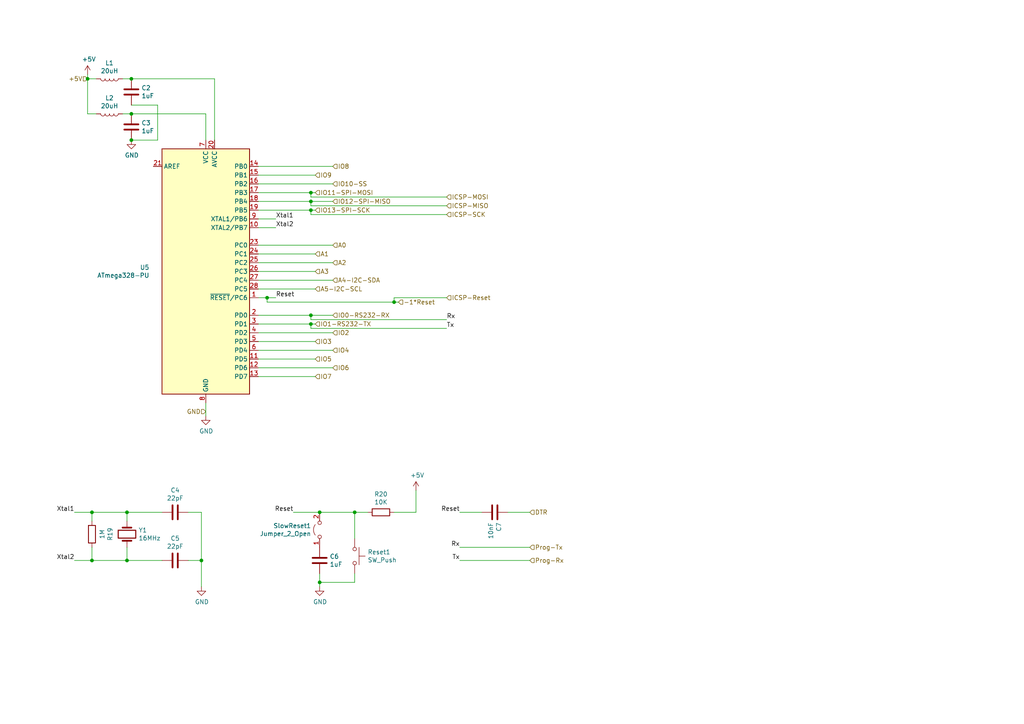
<source format=kicad_sch>
(kicad_sch (version 20211123) (generator eeschema)

  (uuid bac7c5b3-99df-445a-ade9-1e608bbbe27e)

  (paper "A4")

  (lib_symbols
    (symbol "Device:C" (pin_numbers hide) (pin_names (offset 0.254)) (in_bom yes) (on_board yes)
      (property "Reference" "C" (id 0) (at 0.635 2.54 0)
        (effects (font (size 1.27 1.27)) (justify left))
      )
      (property "Value" "C" (id 1) (at 0.635 -2.54 0)
        (effects (font (size 1.27 1.27)) (justify left))
      )
      (property "Footprint" "" (id 2) (at 0.9652 -3.81 0)
        (effects (font (size 1.27 1.27)) hide)
      )
      (property "Datasheet" "~" (id 3) (at 0 0 0)
        (effects (font (size 1.27 1.27)) hide)
      )
      (property "ki_keywords" "cap capacitor" (id 4) (at 0 0 0)
        (effects (font (size 1.27 1.27)) hide)
      )
      (property "ki_description" "Unpolarized capacitor" (id 5) (at 0 0 0)
        (effects (font (size 1.27 1.27)) hide)
      )
      (property "ki_fp_filters" "C_*" (id 6) (at 0 0 0)
        (effects (font (size 1.27 1.27)) hide)
      )
      (symbol "C_0_1"
        (polyline
          (pts
            (xy -2.032 -0.762)
            (xy 2.032 -0.762)
          )
          (stroke (width 0.508) (type default) (color 0 0 0 0))
          (fill (type none))
        )
        (polyline
          (pts
            (xy -2.032 0.762)
            (xy 2.032 0.762)
          )
          (stroke (width 0.508) (type default) (color 0 0 0 0))
          (fill (type none))
        )
      )
      (symbol "C_1_1"
        (pin passive line (at 0 3.81 270) (length 2.794)
          (name "~" (effects (font (size 1.27 1.27))))
          (number "1" (effects (font (size 1.27 1.27))))
        )
        (pin passive line (at 0 -3.81 90) (length 2.794)
          (name "~" (effects (font (size 1.27 1.27))))
          (number "2" (effects (font (size 1.27 1.27))))
        )
      )
    )
    (symbol "Device:Crystal" (pin_numbers hide) (pin_names (offset 1.016) hide) (in_bom yes) (on_board yes)
      (property "Reference" "Y" (id 0) (at 0 3.81 0)
        (effects (font (size 1.27 1.27)))
      )
      (property "Value" "Crystal" (id 1) (at 0 -3.81 0)
        (effects (font (size 1.27 1.27)))
      )
      (property "Footprint" "" (id 2) (at 0 0 0)
        (effects (font (size 1.27 1.27)) hide)
      )
      (property "Datasheet" "~" (id 3) (at 0 0 0)
        (effects (font (size 1.27 1.27)) hide)
      )
      (property "ki_keywords" "quartz ceramic resonator oscillator" (id 4) (at 0 0 0)
        (effects (font (size 1.27 1.27)) hide)
      )
      (property "ki_description" "Two pin crystal" (id 5) (at 0 0 0)
        (effects (font (size 1.27 1.27)) hide)
      )
      (property "ki_fp_filters" "Crystal*" (id 6) (at 0 0 0)
        (effects (font (size 1.27 1.27)) hide)
      )
      (symbol "Crystal_0_1"
        (rectangle (start -1.143 2.54) (end 1.143 -2.54)
          (stroke (width 0.3048) (type default) (color 0 0 0 0))
          (fill (type none))
        )
        (polyline
          (pts
            (xy -2.54 0)
            (xy -1.905 0)
          )
          (stroke (width 0) (type default) (color 0 0 0 0))
          (fill (type none))
        )
        (polyline
          (pts
            (xy -1.905 -1.27)
            (xy -1.905 1.27)
          )
          (stroke (width 0.508) (type default) (color 0 0 0 0))
          (fill (type none))
        )
        (polyline
          (pts
            (xy 1.905 -1.27)
            (xy 1.905 1.27)
          )
          (stroke (width 0.508) (type default) (color 0 0 0 0))
          (fill (type none))
        )
        (polyline
          (pts
            (xy 2.54 0)
            (xy 1.905 0)
          )
          (stroke (width 0) (type default) (color 0 0 0 0))
          (fill (type none))
        )
      )
      (symbol "Crystal_1_1"
        (pin passive line (at -3.81 0 0) (length 1.27)
          (name "1" (effects (font (size 1.27 1.27))))
          (number "1" (effects (font (size 1.27 1.27))))
        )
        (pin passive line (at 3.81 0 180) (length 1.27)
          (name "2" (effects (font (size 1.27 1.27))))
          (number "2" (effects (font (size 1.27 1.27))))
        )
      )
    )
    (symbol "Device:L" (pin_numbers hide) (pin_names (offset 1.016) hide) (in_bom yes) (on_board yes)
      (property "Reference" "L" (id 0) (at -1.27 0 90)
        (effects (font (size 1.27 1.27)))
      )
      (property "Value" "L" (id 1) (at 1.905 0 90)
        (effects (font (size 1.27 1.27)))
      )
      (property "Footprint" "" (id 2) (at 0 0 0)
        (effects (font (size 1.27 1.27)) hide)
      )
      (property "Datasheet" "~" (id 3) (at 0 0 0)
        (effects (font (size 1.27 1.27)) hide)
      )
      (property "ki_keywords" "inductor choke coil reactor magnetic" (id 4) (at 0 0 0)
        (effects (font (size 1.27 1.27)) hide)
      )
      (property "ki_description" "Inductor" (id 5) (at 0 0 0)
        (effects (font (size 1.27 1.27)) hide)
      )
      (property "ki_fp_filters" "Choke_* *Coil* Inductor_* L_*" (id 6) (at 0 0 0)
        (effects (font (size 1.27 1.27)) hide)
      )
      (symbol "L_0_1"
        (arc (start 0 -2.54) (mid 0.635 -1.905) (end 0 -1.27)
          (stroke (width 0) (type default) (color 0 0 0 0))
          (fill (type none))
        )
        (arc (start 0 -1.27) (mid 0.635 -0.635) (end 0 0)
          (stroke (width 0) (type default) (color 0 0 0 0))
          (fill (type none))
        )
        (arc (start 0 0) (mid 0.635 0.635) (end 0 1.27)
          (stroke (width 0) (type default) (color 0 0 0 0))
          (fill (type none))
        )
        (arc (start 0 1.27) (mid 0.635 1.905) (end 0 2.54)
          (stroke (width 0) (type default) (color 0 0 0 0))
          (fill (type none))
        )
      )
      (symbol "L_1_1"
        (pin passive line (at 0 3.81 270) (length 1.27)
          (name "1" (effects (font (size 1.27 1.27))))
          (number "1" (effects (font (size 1.27 1.27))))
        )
        (pin passive line (at 0 -3.81 90) (length 1.27)
          (name "2" (effects (font (size 1.27 1.27))))
          (number "2" (effects (font (size 1.27 1.27))))
        )
      )
    )
    (symbol "Device:R" (pin_numbers hide) (pin_names (offset 0)) (in_bom yes) (on_board yes)
      (property "Reference" "R" (id 0) (at 2.032 0 90)
        (effects (font (size 1.27 1.27)))
      )
      (property "Value" "R" (id 1) (at 0 0 90)
        (effects (font (size 1.27 1.27)))
      )
      (property "Footprint" "" (id 2) (at -1.778 0 90)
        (effects (font (size 1.27 1.27)) hide)
      )
      (property "Datasheet" "~" (id 3) (at 0 0 0)
        (effects (font (size 1.27 1.27)) hide)
      )
      (property "ki_keywords" "R res resistor" (id 4) (at 0 0 0)
        (effects (font (size 1.27 1.27)) hide)
      )
      (property "ki_description" "Resistor" (id 5) (at 0 0 0)
        (effects (font (size 1.27 1.27)) hide)
      )
      (property "ki_fp_filters" "R_*" (id 6) (at 0 0 0)
        (effects (font (size 1.27 1.27)) hide)
      )
      (symbol "R_0_1"
        (rectangle (start -1.016 -2.54) (end 1.016 2.54)
          (stroke (width 0.254) (type default) (color 0 0 0 0))
          (fill (type none))
        )
      )
      (symbol "R_1_1"
        (pin passive line (at 0 3.81 270) (length 1.27)
          (name "~" (effects (font (size 1.27 1.27))))
          (number "1" (effects (font (size 1.27 1.27))))
        )
        (pin passive line (at 0 -3.81 90) (length 1.27)
          (name "~" (effects (font (size 1.27 1.27))))
          (number "2" (effects (font (size 1.27 1.27))))
        )
      )
    )
    (symbol "Jumper:Jumper_2_Open" (pin_names (offset 0) hide) (in_bom yes) (on_board yes)
      (property "Reference" "JP" (id 0) (at 0 2.794 0)
        (effects (font (size 1.27 1.27)))
      )
      (property "Value" "Jumper_2_Open" (id 1) (at 0 -2.286 0)
        (effects (font (size 1.27 1.27)))
      )
      (property "Footprint" "" (id 2) (at 0 0 0)
        (effects (font (size 1.27 1.27)) hide)
      )
      (property "Datasheet" "~" (id 3) (at 0 0 0)
        (effects (font (size 1.27 1.27)) hide)
      )
      (property "ki_keywords" "Jumper SPST" (id 4) (at 0 0 0)
        (effects (font (size 1.27 1.27)) hide)
      )
      (property "ki_description" "Jumper, 2-pole, open" (id 5) (at 0 0 0)
        (effects (font (size 1.27 1.27)) hide)
      )
      (property "ki_fp_filters" "Jumper* TestPoint*2Pads* TestPoint*Bridge*" (id 6) (at 0 0 0)
        (effects (font (size 1.27 1.27)) hide)
      )
      (symbol "Jumper_2_Open_0_0"
        (circle (center -2.032 0) (radius 0.508)
          (stroke (width 0) (type default) (color 0 0 0 0))
          (fill (type none))
        )
        (circle (center 2.032 0) (radius 0.508)
          (stroke (width 0) (type default) (color 0 0 0 0))
          (fill (type none))
        )
      )
      (symbol "Jumper_2_Open_0_1"
        (arc (start 1.524 1.27) (mid 0 1.778) (end -1.524 1.27)
          (stroke (width 0) (type default) (color 0 0 0 0))
          (fill (type none))
        )
      )
      (symbol "Jumper_2_Open_1_1"
        (pin passive line (at -5.08 0 0) (length 2.54)
          (name "A" (effects (font (size 1.27 1.27))))
          (number "1" (effects (font (size 1.27 1.27))))
        )
        (pin passive line (at 5.08 0 180) (length 2.54)
          (name "B" (effects (font (size 1.27 1.27))))
          (number "2" (effects (font (size 1.27 1.27))))
        )
      )
    )
    (symbol "MCU_Microchip_ATmega:ATmega328-PU" (in_bom yes) (on_board yes)
      (property "Reference" "U" (id 0) (at -12.7 36.83 0)
        (effects (font (size 1.27 1.27)) (justify left bottom))
      )
      (property "Value" "MCU_Microchip_ATmega_ATmega328-PU" (id 1) (at 2.54 -36.83 0)
        (effects (font (size 1.27 1.27)) (justify left top))
      )
      (property "Footprint" "Package_DIP:DIP-28_W7.62mm" (id 2) (at 0 0 0)
        (effects (font (size 1.27 1.27) italic) hide)
      )
      (property "Datasheet" "" (id 3) (at 0 0 0)
        (effects (font (size 1.27 1.27)) hide)
      )
      (property "ki_fp_filters" "DIP*W7.62mm*" (id 4) (at 0 0 0)
        (effects (font (size 1.27 1.27)) hide)
      )
      (symbol "ATmega328-PU_0_1"
        (rectangle (start -12.7 -35.56) (end 12.7 35.56)
          (stroke (width 0.254) (type default) (color 0 0 0 0))
          (fill (type background))
        )
      )
      (symbol "ATmega328-PU_1_1"
        (pin bidirectional line (at 15.24 -7.62 180) (length 2.54)
          (name "~{RESET}/PC6" (effects (font (size 1.27 1.27))))
          (number "1" (effects (font (size 1.27 1.27))))
        )
        (pin bidirectional line (at 15.24 12.7 180) (length 2.54)
          (name "XTAL2/PB7" (effects (font (size 1.27 1.27))))
          (number "10" (effects (font (size 1.27 1.27))))
        )
        (pin bidirectional line (at 15.24 -25.4 180) (length 2.54)
          (name "PD5" (effects (font (size 1.27 1.27))))
          (number "11" (effects (font (size 1.27 1.27))))
        )
        (pin bidirectional line (at 15.24 -27.94 180) (length 2.54)
          (name "PD6" (effects (font (size 1.27 1.27))))
          (number "12" (effects (font (size 1.27 1.27))))
        )
        (pin bidirectional line (at 15.24 -30.48 180) (length 2.54)
          (name "PD7" (effects (font (size 1.27 1.27))))
          (number "13" (effects (font (size 1.27 1.27))))
        )
        (pin bidirectional line (at 15.24 30.48 180) (length 2.54)
          (name "PB0" (effects (font (size 1.27 1.27))))
          (number "14" (effects (font (size 1.27 1.27))))
        )
        (pin bidirectional line (at 15.24 27.94 180) (length 2.54)
          (name "PB1" (effects (font (size 1.27 1.27))))
          (number "15" (effects (font (size 1.27 1.27))))
        )
        (pin bidirectional line (at 15.24 25.4 180) (length 2.54)
          (name "PB2" (effects (font (size 1.27 1.27))))
          (number "16" (effects (font (size 1.27 1.27))))
        )
        (pin bidirectional line (at 15.24 22.86 180) (length 2.54)
          (name "PB3" (effects (font (size 1.27 1.27))))
          (number "17" (effects (font (size 1.27 1.27))))
        )
        (pin bidirectional line (at 15.24 20.32 180) (length 2.54)
          (name "PB4" (effects (font (size 1.27 1.27))))
          (number "18" (effects (font (size 1.27 1.27))))
        )
        (pin bidirectional line (at 15.24 17.78 180) (length 2.54)
          (name "PB5" (effects (font (size 1.27 1.27))))
          (number "19" (effects (font (size 1.27 1.27))))
        )
        (pin bidirectional line (at 15.24 -12.7 180) (length 2.54)
          (name "PD0" (effects (font (size 1.27 1.27))))
          (number "2" (effects (font (size 1.27 1.27))))
        )
        (pin power_in line (at 2.54 38.1 270) (length 2.54)
          (name "AVCC" (effects (font (size 1.27 1.27))))
          (number "20" (effects (font (size 1.27 1.27))))
        )
        (pin passive line (at -15.24 30.48 0) (length 2.54)
          (name "AREF" (effects (font (size 1.27 1.27))))
          (number "21" (effects (font (size 1.27 1.27))))
        )
        (pin passive line (at 0 -38.1 90) (length 2.54) hide
          (name "GND" (effects (font (size 1.27 1.27))))
          (number "22" (effects (font (size 1.27 1.27))))
        )
        (pin bidirectional line (at 15.24 7.62 180) (length 2.54)
          (name "PC0" (effects (font (size 1.27 1.27))))
          (number "23" (effects (font (size 1.27 1.27))))
        )
        (pin bidirectional line (at 15.24 5.08 180) (length 2.54)
          (name "PC1" (effects (font (size 1.27 1.27))))
          (number "24" (effects (font (size 1.27 1.27))))
        )
        (pin bidirectional line (at 15.24 2.54 180) (length 2.54)
          (name "PC2" (effects (font (size 1.27 1.27))))
          (number "25" (effects (font (size 1.27 1.27))))
        )
        (pin bidirectional line (at 15.24 0 180) (length 2.54)
          (name "PC3" (effects (font (size 1.27 1.27))))
          (number "26" (effects (font (size 1.27 1.27))))
        )
        (pin bidirectional line (at 15.24 -2.54 180) (length 2.54)
          (name "PC4" (effects (font (size 1.27 1.27))))
          (number "27" (effects (font (size 1.27 1.27))))
        )
        (pin bidirectional line (at 15.24 -5.08 180) (length 2.54)
          (name "PC5" (effects (font (size 1.27 1.27))))
          (number "28" (effects (font (size 1.27 1.27))))
        )
        (pin bidirectional line (at 15.24 -15.24 180) (length 2.54)
          (name "PD1" (effects (font (size 1.27 1.27))))
          (number "3" (effects (font (size 1.27 1.27))))
        )
        (pin bidirectional line (at 15.24 -17.78 180) (length 2.54)
          (name "PD2" (effects (font (size 1.27 1.27))))
          (number "4" (effects (font (size 1.27 1.27))))
        )
        (pin bidirectional line (at 15.24 -20.32 180) (length 2.54)
          (name "PD3" (effects (font (size 1.27 1.27))))
          (number "5" (effects (font (size 1.27 1.27))))
        )
        (pin bidirectional line (at 15.24 -22.86 180) (length 2.54)
          (name "PD4" (effects (font (size 1.27 1.27))))
          (number "6" (effects (font (size 1.27 1.27))))
        )
        (pin power_in line (at 0 38.1 270) (length 2.54)
          (name "VCC" (effects (font (size 1.27 1.27))))
          (number "7" (effects (font (size 1.27 1.27))))
        )
        (pin power_in line (at 0 -38.1 90) (length 2.54)
          (name "GND" (effects (font (size 1.27 1.27))))
          (number "8" (effects (font (size 1.27 1.27))))
        )
        (pin bidirectional line (at 15.24 15.24 180) (length 2.54)
          (name "XTAL1/PB6" (effects (font (size 1.27 1.27))))
          (number "9" (effects (font (size 1.27 1.27))))
        )
      )
    )
    (symbol "Switch:SW_Push" (pin_numbers hide) (pin_names (offset 1.016) hide) (in_bom yes) (on_board yes)
      (property "Reference" "SW" (id 0) (at 1.27 2.54 0)
        (effects (font (size 1.27 1.27)) (justify left))
      )
      (property "Value" "SW_Push" (id 1) (at 0 -1.524 0)
        (effects (font (size 1.27 1.27)))
      )
      (property "Footprint" "" (id 2) (at 0 5.08 0)
        (effects (font (size 1.27 1.27)) hide)
      )
      (property "Datasheet" "~" (id 3) (at 0 5.08 0)
        (effects (font (size 1.27 1.27)) hide)
      )
      (property "ki_keywords" "switch normally-open pushbutton push-button" (id 4) (at 0 0 0)
        (effects (font (size 1.27 1.27)) hide)
      )
      (property "ki_description" "Push button switch, generic, two pins" (id 5) (at 0 0 0)
        (effects (font (size 1.27 1.27)) hide)
      )
      (symbol "SW_Push_0_1"
        (circle (center -2.032 0) (radius 0.508)
          (stroke (width 0) (type default) (color 0 0 0 0))
          (fill (type none))
        )
        (polyline
          (pts
            (xy 0 1.27)
            (xy 0 3.048)
          )
          (stroke (width 0) (type default) (color 0 0 0 0))
          (fill (type none))
        )
        (polyline
          (pts
            (xy 2.54 1.27)
            (xy -2.54 1.27)
          )
          (stroke (width 0) (type default) (color 0 0 0 0))
          (fill (type none))
        )
        (circle (center 2.032 0) (radius 0.508)
          (stroke (width 0) (type default) (color 0 0 0 0))
          (fill (type none))
        )
        (pin passive line (at -5.08 0 0) (length 2.54)
          (name "1" (effects (font (size 1.27 1.27))))
          (number "1" (effects (font (size 1.27 1.27))))
        )
        (pin passive line (at 5.08 0 180) (length 2.54)
          (name "2" (effects (font (size 1.27 1.27))))
          (number "2" (effects (font (size 1.27 1.27))))
        )
      )
    )
    (symbol "power:+5V" (power) (pin_names (offset 0)) (in_bom yes) (on_board yes)
      (property "Reference" "#PWR" (id 0) (at 0 -3.81 0)
        (effects (font (size 1.27 1.27)) hide)
      )
      (property "Value" "+5V" (id 1) (at 0 3.556 0)
        (effects (font (size 1.27 1.27)))
      )
      (property "Footprint" "" (id 2) (at 0 0 0)
        (effects (font (size 1.27 1.27)) hide)
      )
      (property "Datasheet" "" (id 3) (at 0 0 0)
        (effects (font (size 1.27 1.27)) hide)
      )
      (property "ki_keywords" "power-flag" (id 4) (at 0 0 0)
        (effects (font (size 1.27 1.27)) hide)
      )
      (property "ki_description" "Power symbol creates a global label with name \"+5V\"" (id 5) (at 0 0 0)
        (effects (font (size 1.27 1.27)) hide)
      )
      (symbol "+5V_0_1"
        (polyline
          (pts
            (xy -0.762 1.27)
            (xy 0 2.54)
          )
          (stroke (width 0) (type default) (color 0 0 0 0))
          (fill (type none))
        )
        (polyline
          (pts
            (xy 0 0)
            (xy 0 2.54)
          )
          (stroke (width 0) (type default) (color 0 0 0 0))
          (fill (type none))
        )
        (polyline
          (pts
            (xy 0 2.54)
            (xy 0.762 1.27)
          )
          (stroke (width 0) (type default) (color 0 0 0 0))
          (fill (type none))
        )
      )
      (symbol "+5V_1_1"
        (pin power_in line (at 0 0 90) (length 0) hide
          (name "+5V" (effects (font (size 1.27 1.27))))
          (number "1" (effects (font (size 1.27 1.27))))
        )
      )
    )
    (symbol "power:GND" (power) (pin_names (offset 0)) (in_bom yes) (on_board yes)
      (property "Reference" "#PWR" (id 0) (at 0 -6.35 0)
        (effects (font (size 1.27 1.27)) hide)
      )
      (property "Value" "GND" (id 1) (at 0 -3.81 0)
        (effects (font (size 1.27 1.27)))
      )
      (property "Footprint" "" (id 2) (at 0 0 0)
        (effects (font (size 1.27 1.27)) hide)
      )
      (property "Datasheet" "" (id 3) (at 0 0 0)
        (effects (font (size 1.27 1.27)) hide)
      )
      (property "ki_keywords" "power-flag" (id 4) (at 0 0 0)
        (effects (font (size 1.27 1.27)) hide)
      )
      (property "ki_description" "Power symbol creates a global label with name \"GND\" , ground" (id 5) (at 0 0 0)
        (effects (font (size 1.27 1.27)) hide)
      )
      (symbol "GND_0_1"
        (polyline
          (pts
            (xy 0 0)
            (xy 0 -1.27)
            (xy 1.27 -1.27)
            (xy 0 -2.54)
            (xy -1.27 -1.27)
            (xy 0 -1.27)
          )
          (stroke (width 0) (type default) (color 0 0 0 0))
          (fill (type none))
        )
      )
      (symbol "GND_1_1"
        (pin power_in line (at 0 0 270) (length 0) hide
          (name "GND" (effects (font (size 1.27 1.27))))
          (number "1" (effects (font (size 1.27 1.27))))
        )
      )
    )
  )

  (junction (at 102.87 148.59) (diameter 0) (color 0 0 0 0)
    (uuid 0d993e48-cea3-4104-9c5a-d8f97b64a3ac)
  )
  (junction (at 90.17 91.44) (diameter 0) (color 0 0 0 0)
    (uuid 275b6416-db29-42cc-9307-bf426917c3b4)
  )
  (junction (at 38.1 33.02) (diameter 0) (color 0 0 0 0)
    (uuid 282c8e53-3acc-42f0-a92a-6aa976b97a93)
  )
  (junction (at 26.67 162.56) (diameter 0) (color 0 0 0 0)
    (uuid 29126f72-63f7-4275-8b12-6b96a71c6f17)
  )
  (junction (at 90.17 93.98) (diameter 0) (color 0 0 0 0)
    (uuid 465137b4-f6f7-4d51-9b40-b161947d5cc1)
  )
  (junction (at 90.17 58.42) (diameter 0) (color 0 0 0 0)
    (uuid 6d2a06fb-0b1e-452a-ab38-11a5f45e1b32)
  )
  (junction (at 114.3 87.63) (diameter 0) (color 0 0 0 0)
    (uuid 749d9ed0-2ff2-4b55-abc5-f7231ec3aa28)
  )
  (junction (at 77.47 86.36) (diameter 0) (color 0 0 0 0)
    (uuid 89a3dae6-dcb5-435b-a383-656b6a19a316)
  )
  (junction (at 90.17 55.88) (diameter 0) (color 0 0 0 0)
    (uuid 98966de3-2364-43d8-a2e0-b03bb9487b03)
  )
  (junction (at 38.1 22.86) (diameter 0) (color 0 0 0 0)
    (uuid 9a8ad8bb-d9a9-4b2b-bc88-ea6fd2676d45)
  )
  (junction (at 58.42 162.56) (diameter 0) (color 0 0 0 0)
    (uuid 9e0e6fc0-a269-4822-b93d-4c5e6689ff11)
  )
  (junction (at 36.83 148.59) (diameter 0) (color 0 0 0 0)
    (uuid a0e7a81b-2259-4f8d-8368-ba75f2004714)
  )
  (junction (at 92.71 148.59) (diameter 0) (color 0 0 0 0)
    (uuid a7fc0812-140f-4d96-9cd8-ead8c1c610b1)
  )
  (junction (at 90.17 60.96) (diameter 0) (color 0 0 0 0)
    (uuid b21299b9-3c4d-43df-b399-7f9b08eb5470)
  )
  (junction (at 36.83 162.56) (diameter 0) (color 0 0 0 0)
    (uuid c873689a-d206-42f5-aead-9199b4d63f51)
  )
  (junction (at 25.4 22.86) (diameter 0) (color 0 0 0 0)
    (uuid ca6e2466-a90a-4dab-be16-b070610e5087)
  )
  (junction (at 26.67 148.59) (diameter 0) (color 0 0 0 0)
    (uuid e2fac877-439c-4da0-af2e-5fdc70f85d42)
  )
  (junction (at 38.1 40.64) (diameter 0) (color 0 0 0 0)
    (uuid e76ec524-408a-4daa-89f6-0edfdbcfb621)
  )
  (junction (at 92.71 168.91) (diameter 0) (color 0 0 0 0)
    (uuid f56d244f-1fa4-4475-ac1d-f41eed31a48b)
  )

  (wire (pts (xy 91.44 109.22) (xy 74.93 109.22))
    (stroke (width 0) (type default) (color 0 0 0 0))
    (uuid 015f5586-ba76-4a98-9114-f5cd2c67134d)
  )
  (wire (pts (xy 92.71 166.37) (xy 92.71 168.91))
    (stroke (width 0) (type default) (color 0 0 0 0))
    (uuid 051b8cb0-ae77-4e09-98a7-bf2103319e66)
  )
  (wire (pts (xy 74.93 86.36) (xy 77.47 86.36))
    (stroke (width 0) (type default) (color 0 0 0 0))
    (uuid 0b9f21ed-3d41-4f23-ae45-74117a5f3153)
  )
  (wire (pts (xy 45.72 30.48) (xy 45.72 40.64))
    (stroke (width 0) (type default) (color 0 0 0 0))
    (uuid 12fa3c3f-3d14-451a-a6a8-884fd1b32fa7)
  )
  (wire (pts (xy 90.17 58.42) (xy 90.17 59.69))
    (stroke (width 0) (type default) (color 0 0 0 0))
    (uuid 13ac70df-e9b9-44e5-96e6-20f0b0dc6a3a)
  )
  (wire (pts (xy 74.93 73.66) (xy 91.44 73.66))
    (stroke (width 0) (type default) (color 0 0 0 0))
    (uuid 1c052668-6749-425a-9a77-35f046c8aa39)
  )
  (wire (pts (xy 92.71 168.91) (xy 92.71 170.18))
    (stroke (width 0) (type default) (color 0 0 0 0))
    (uuid 1c9f6fea-1796-4a2d-80b3-ae22ce51c8f5)
  )
  (wire (pts (xy 35.56 22.86) (xy 38.1 22.86))
    (stroke (width 0) (type default) (color 0 0 0 0))
    (uuid 1cc5480b-56b7-4379-98e2-ccafc88911a7)
  )
  (wire (pts (xy 58.42 148.59) (xy 58.42 162.56))
    (stroke (width 0) (type default) (color 0 0 0 0))
    (uuid 212bf70c-2324-47d9-8700-59771063baeb)
  )
  (wire (pts (xy 74.93 101.6) (xy 96.52 101.6))
    (stroke (width 0) (type default) (color 0 0 0 0))
    (uuid 21492bcd-343a-4b2b-b55a-b4586c11bdeb)
  )
  (wire (pts (xy 90.17 59.69) (xy 129.54 59.69))
    (stroke (width 0) (type default) (color 0 0 0 0))
    (uuid 24adc223-60f0-4497-98a3-d664c5a13280)
  )
  (wire (pts (xy 90.17 55.88) (xy 74.93 55.88))
    (stroke (width 0) (type default) (color 0 0 0 0))
    (uuid 278a91dc-d57d-4a5c-a045-34b6bd84131f)
  )
  (wire (pts (xy 26.67 151.13) (xy 26.67 148.59))
    (stroke (width 0) (type default) (color 0 0 0 0))
    (uuid 2ea8fa6f-efc3-40fe-bcf9-05bfa46ead4f)
  )
  (wire (pts (xy 38.1 22.86) (xy 62.23 22.86))
    (stroke (width 0) (type default) (color 0 0 0 0))
    (uuid 3993c707-5291-41b6-83c0-d1c09cb3833a)
  )
  (wire (pts (xy 90.17 91.44) (xy 96.52 91.44))
    (stroke (width 0) (type default) (color 0 0 0 0))
    (uuid 3c22d605-7855-4cc6-8ad2-906cadbd02dc)
  )
  (wire (pts (xy 91.44 55.88) (xy 90.17 55.88))
    (stroke (width 0) (type default) (color 0 0 0 0))
    (uuid 3d552623-2969-4b15-8623-368144f225e9)
  )
  (wire (pts (xy 133.35 158.75) (xy 153.67 158.75))
    (stroke (width 0) (type default) (color 0 0 0 0))
    (uuid 3ed2c840-383d-4cbd-bc3b-c4ea4c97b333)
  )
  (wire (pts (xy 36.83 148.59) (xy 46.99 148.59))
    (stroke (width 0) (type default) (color 0 0 0 0))
    (uuid 430d6d73-9de6-41ca-b788-178d709f4aae)
  )
  (wire (pts (xy 58.42 162.56) (xy 54.61 162.56))
    (stroke (width 0) (type default) (color 0 0 0 0))
    (uuid 44035e53-ff94-45ad-801f-55a1ce042a0d)
  )
  (wire (pts (xy 90.17 55.88) (xy 90.17 57.15))
    (stroke (width 0) (type default) (color 0 0 0 0))
    (uuid 4641c87c-bffa-41fe-ae77-be3a97a6f797)
  )
  (wire (pts (xy 74.93 106.68) (xy 96.52 106.68))
    (stroke (width 0) (type default) (color 0 0 0 0))
    (uuid 46cbe85d-ff47-428e-b187-4ebd50a66e0c)
  )
  (wire (pts (xy 90.17 57.15) (xy 129.54 57.15))
    (stroke (width 0) (type default) (color 0 0 0 0))
    (uuid 4cc0e615-05a0-4f42-a208-4011ba8ef841)
  )
  (wire (pts (xy 114.3 87.63) (xy 77.47 87.63))
    (stroke (width 0) (type default) (color 0 0 0 0))
    (uuid 54ed3ee1-891b-418e-ab9c-6a18747d7388)
  )
  (wire (pts (xy 35.56 33.02) (xy 38.1 33.02))
    (stroke (width 0) (type default) (color 0 0 0 0))
    (uuid 5f38bdb2-3657-474e-8e86-d6bb0b298110)
  )
  (wire (pts (xy 90.17 58.42) (xy 96.52 58.42))
    (stroke (width 0) (type default) (color 0 0 0 0))
    (uuid 631c7be5-8dc2-4df4-ab73-737bb928e763)
  )
  (wire (pts (xy 85.09 148.59) (xy 92.71 148.59))
    (stroke (width 0) (type default) (color 0 0 0 0))
    (uuid 63caf46e-0228-40de-b819-c6bd29dd1711)
  )
  (wire (pts (xy 147.32 148.59) (xy 153.67 148.59))
    (stroke (width 0) (type default) (color 0 0 0 0))
    (uuid 653a86ba-a1ae-4175-9d4c-c788087956d0)
  )
  (wire (pts (xy 133.35 162.56) (xy 153.67 162.56))
    (stroke (width 0) (type default) (color 0 0 0 0))
    (uuid 6a0919c2-460c-4229-b872-14e318e1ba8b)
  )
  (wire (pts (xy 36.83 162.56) (xy 46.99 162.56))
    (stroke (width 0) (type default) (color 0 0 0 0))
    (uuid 6a2bcc72-047b-4846-8583-1109e3552669)
  )
  (wire (pts (xy 74.93 71.12) (xy 96.52 71.12))
    (stroke (width 0) (type default) (color 0 0 0 0))
    (uuid 6bd46644-7209-4d4d-acd8-f4c0d045bc61)
  )
  (wire (pts (xy 58.42 170.18) (xy 58.42 162.56))
    (stroke (width 0) (type default) (color 0 0 0 0))
    (uuid 718e5c6d-0e4c-46d8-a149-2f2bfc54c7f1)
  )
  (wire (pts (xy 36.83 151.13) (xy 36.83 148.59))
    (stroke (width 0) (type default) (color 0 0 0 0))
    (uuid 775e8983-a723-43c5-bf00-61681f0840f3)
  )
  (wire (pts (xy 62.23 22.86) (xy 62.23 40.64))
    (stroke (width 0) (type default) (color 0 0 0 0))
    (uuid 78b44915-d68e-4488-a873-34767153ef98)
  )
  (wire (pts (xy 74.93 66.04) (xy 80.01 66.04))
    (stroke (width 0) (type default) (color 0 0 0 0))
    (uuid 7f2b3ce3-2f20-426d-b769-e0329b6a8111)
  )
  (wire (pts (xy 21.59 148.59) (xy 26.67 148.59))
    (stroke (width 0) (type default) (color 0 0 0 0))
    (uuid 7f9683c1-2203-43df-8fa1-719a0dc360df)
  )
  (wire (pts (xy 38.1 33.02) (xy 59.69 33.02))
    (stroke (width 0) (type default) (color 0 0 0 0))
    (uuid 83c5181e-f5ee-453c-ae5c-d7256ba8837d)
  )
  (wire (pts (xy 25.4 21.59) (xy 25.4 22.86))
    (stroke (width 0) (type default) (color 0 0 0 0))
    (uuid 851f3d61-ba3b-4e6e-abd4-cafa4d9b64cb)
  )
  (wire (pts (xy 114.3 86.36) (xy 129.54 86.36))
    (stroke (width 0) (type default) (color 0 0 0 0))
    (uuid 8a8c373f-9bc3-4cf7-8f41-4802da916698)
  )
  (wire (pts (xy 74.93 91.44) (xy 90.17 91.44))
    (stroke (width 0) (type default) (color 0 0 0 0))
    (uuid 8aeae536-fd36-430e-be47-1a856eced2fc)
  )
  (wire (pts (xy 90.17 92.71) (xy 129.54 92.71))
    (stroke (width 0) (type default) (color 0 0 0 0))
    (uuid 91fc5800-6029-46b1-848d-ca0091f97267)
  )
  (wire (pts (xy 114.3 87.63) (xy 114.3 86.36))
    (stroke (width 0) (type default) (color 0 0 0 0))
    (uuid 92761c09-a591-4c8e-af4d-e0e2262cb01d)
  )
  (wire (pts (xy 91.44 50.8) (xy 74.93 50.8))
    (stroke (width 0) (type default) (color 0 0 0 0))
    (uuid 92848721-49b5-4e4c-b042-6fd51e1d562f)
  )
  (wire (pts (xy 90.17 60.96) (xy 90.17 62.23))
    (stroke (width 0) (type default) (color 0 0 0 0))
    (uuid 929a9b03-e99e-4b88-8e16-759f8c6b59a5)
  )
  (wire (pts (xy 92.71 148.59) (xy 102.87 148.59))
    (stroke (width 0) (type default) (color 0 0 0 0))
    (uuid 94a10cae-6ef2-4b64-9d98-fb22aa3306cc)
  )
  (wire (pts (xy 91.44 104.14) (xy 74.93 104.14))
    (stroke (width 0) (type default) (color 0 0 0 0))
    (uuid 96315415-cfed-47d2-b3dd-d782358bd0df)
  )
  (wire (pts (xy 26.67 162.56) (xy 36.83 162.56))
    (stroke (width 0) (type default) (color 0 0 0 0))
    (uuid 9da1ace0-4181-4f12-80f8-16786a9e5c07)
  )
  (wire (pts (xy 25.4 22.86) (xy 27.94 22.86))
    (stroke (width 0) (type default) (color 0 0 0 0))
    (uuid a5362821-c161-4c7a-a00c-40e1d7472d56)
  )
  (wire (pts (xy 59.69 116.84) (xy 59.69 120.65))
    (stroke (width 0) (type default) (color 0 0 0 0))
    (uuid a76a574b-1cac-43eb-81e6-0e2e278cea39)
  )
  (wire (pts (xy 74.93 63.5) (xy 80.01 63.5))
    (stroke (width 0) (type default) (color 0 0 0 0))
    (uuid a7f2e97b-29f3-44fd-bf8a-97a3c1528b61)
  )
  (wire (pts (xy 77.47 87.63) (xy 77.47 86.36))
    (stroke (width 0) (type default) (color 0 0 0 0))
    (uuid a917c6d9-225d-4c90-bf25-fe8eff8abd3f)
  )
  (wire (pts (xy 120.65 142.24) (xy 120.65 148.59))
    (stroke (width 0) (type default) (color 0 0 0 0))
    (uuid a92f3b72-ed6d-4d99-9da6-35771bec3c77)
  )
  (wire (pts (xy 120.65 148.59) (xy 114.3 148.59))
    (stroke (width 0) (type default) (color 0 0 0 0))
    (uuid aa1c6f47-cbd4-4cbd-8265-e5ac08b7ffc8)
  )
  (wire (pts (xy 74.93 76.2) (xy 96.52 76.2))
    (stroke (width 0) (type default) (color 0 0 0 0))
    (uuid ab8b0540-9c9f-4195-88f5-7bed0b0a8ed6)
  )
  (wire (pts (xy 26.67 158.75) (xy 26.67 162.56))
    (stroke (width 0) (type default) (color 0 0 0 0))
    (uuid af186015-d283-4209-aade-a247e5de01df)
  )
  (wire (pts (xy 74.93 81.28) (xy 96.52 81.28))
    (stroke (width 0) (type default) (color 0 0 0 0))
    (uuid b0b4c3cb-e7ea-49c0-8162-be3bbab3e4ec)
  )
  (wire (pts (xy 102.87 166.37) (xy 102.87 168.91))
    (stroke (width 0) (type default) (color 0 0 0 0))
    (uuid b12e5309-5d01-40ef-a9c3-8453e00a555e)
  )
  (wire (pts (xy 77.47 86.36) (xy 80.01 86.36))
    (stroke (width 0) (type default) (color 0 0 0 0))
    (uuid b54cae5b-c17c-4ed7-b249-2e7d5e83609a)
  )
  (wire (pts (xy 74.93 83.82) (xy 91.44 83.82))
    (stroke (width 0) (type default) (color 0 0 0 0))
    (uuid b794d099-f823-4d35-9755-ca1c45247ee9)
  )
  (wire (pts (xy 90.17 91.44) (xy 90.17 92.71))
    (stroke (width 0) (type default) (color 0 0 0 0))
    (uuid bb8162f0-99c8-4884-be5b-c0d0c7e81ff6)
  )
  (wire (pts (xy 91.44 60.96) (xy 90.17 60.96))
    (stroke (width 0) (type default) (color 0 0 0 0))
    (uuid bc3b3f93-69e0-44a5-b919-319b81d13095)
  )
  (wire (pts (xy 54.61 148.59) (xy 58.42 148.59))
    (stroke (width 0) (type default) (color 0 0 0 0))
    (uuid be2983fa-f06e-485e-bea1-3dd96b916ec5)
  )
  (wire (pts (xy 102.87 168.91) (xy 92.71 168.91))
    (stroke (width 0) (type default) (color 0 0 0 0))
    (uuid be6b17f9-34f5-44e9-a4c7-725d2e274a9d)
  )
  (wire (pts (xy 74.93 53.34) (xy 96.52 53.34))
    (stroke (width 0) (type default) (color 0 0 0 0))
    (uuid c07eebcc-30d2-439d-8030-faea6ade4486)
  )
  (wire (pts (xy 90.17 62.23) (xy 129.54 62.23))
    (stroke (width 0) (type default) (color 0 0 0 0))
    (uuid c210293b-1d7a-4e96-92e9-058784106727)
  )
  (wire (pts (xy 90.17 93.98) (xy 90.17 95.25))
    (stroke (width 0) (type default) (color 0 0 0 0))
    (uuid c2dd13db-24b6-40f1-b75b-b9ab893d92ea)
  )
  (wire (pts (xy 36.83 158.75) (xy 36.83 162.56))
    (stroke (width 0) (type default) (color 0 0 0 0))
    (uuid cee2f43a-7d22-4585-a857-73949bd17a9d)
  )
  (wire (pts (xy 102.87 156.21) (xy 102.87 148.59))
    (stroke (width 0) (type default) (color 0 0 0 0))
    (uuid cf21dfe3-ab4f-4ad9-b7cf-dc892d833b13)
  )
  (wire (pts (xy 115.57 87.63) (xy 114.3 87.63))
    (stroke (width 0) (type default) (color 0 0 0 0))
    (uuid d13b0eae-4711-4325-a6bb-aa8e3646e86e)
  )
  (wire (pts (xy 25.4 22.86) (xy 25.4 33.02))
    (stroke (width 0) (type default) (color 0 0 0 0))
    (uuid d18f2428-546f-4066-8ffb-7653303685db)
  )
  (wire (pts (xy 90.17 93.98) (xy 74.93 93.98))
    (stroke (width 0) (type default) (color 0 0 0 0))
    (uuid d1cd5391-31d2-459f-8adb-4ae3f304a833)
  )
  (wire (pts (xy 59.69 33.02) (xy 59.69 40.64))
    (stroke (width 0) (type default) (color 0 0 0 0))
    (uuid d72c89a6-7578-4468-964e-2a845431195f)
  )
  (wire (pts (xy 90.17 95.25) (xy 129.54 95.25))
    (stroke (width 0) (type default) (color 0 0 0 0))
    (uuid d8200a86-aa75-47a3-ad2a-7f4c9c999a6f)
  )
  (wire (pts (xy 38.1 30.48) (xy 45.72 30.48))
    (stroke (width 0) (type default) (color 0 0 0 0))
    (uuid d95c6650-fcd9-4184-97fe-fde43ea5c0cd)
  )
  (wire (pts (xy 26.67 148.59) (xy 36.83 148.59))
    (stroke (width 0) (type default) (color 0 0 0 0))
    (uuid da546d77-4b03-4562-8fc6-837fd68e7691)
  )
  (wire (pts (xy 74.93 48.26) (xy 96.52 48.26))
    (stroke (width 0) (type default) (color 0 0 0 0))
    (uuid db1ed10a-ef86-43bf-93dc-9be76327f6d2)
  )
  (wire (pts (xy 21.59 162.56) (xy 26.67 162.56))
    (stroke (width 0) (type default) (color 0 0 0 0))
    (uuid dc1d84c8-33da-4489-be8e-2a1de3001779)
  )
  (wire (pts (xy 139.7 148.59) (xy 133.35 148.59))
    (stroke (width 0) (type default) (color 0 0 0 0))
    (uuid df83f395-2d18-47e2-a370-952ca41c2b3a)
  )
  (wire (pts (xy 74.93 58.42) (xy 90.17 58.42))
    (stroke (width 0) (type default) (color 0 0 0 0))
    (uuid e65bab67-68b7-4b22-a939-6f2c05164d2a)
  )
  (wire (pts (xy 74.93 78.74) (xy 91.44 78.74))
    (stroke (width 0) (type default) (color 0 0 0 0))
    (uuid e87a6f80-914f-4f62-9c9f-9ba62a88ee3d)
  )
  (wire (pts (xy 25.4 33.02) (xy 27.94 33.02))
    (stroke (width 0) (type default) (color 0 0 0 0))
    (uuid eaa0d51a-ee4e-4d3a-a801-bddb7027e94c)
  )
  (wire (pts (xy 91.44 93.98) (xy 90.17 93.98))
    (stroke (width 0) (type default) (color 0 0 0 0))
    (uuid eb473bfd-fc2d-4cf0-8714-6b7dd95b0a03)
  )
  (wire (pts (xy 106.68 148.59) (xy 102.87 148.59))
    (stroke (width 0) (type default) (color 0 0 0 0))
    (uuid f28e56e7-283b-4b9a-ae27-95e89770fbf8)
  )
  (wire (pts (xy 45.72 40.64) (xy 38.1 40.64))
    (stroke (width 0) (type default) (color 0 0 0 0))
    (uuid f4a1ab68-998b-43e3-aa33-40b58210bc99)
  )
  (wire (pts (xy 91.44 99.06) (xy 74.93 99.06))
    (stroke (width 0) (type default) (color 0 0 0 0))
    (uuid fa20e708-ec85-4e0b-8402-f74a2724f920)
  )
  (wire (pts (xy 74.93 96.52) (xy 96.52 96.52))
    (stroke (width 0) (type default) (color 0 0 0 0))
    (uuid fb35e3b1-aff6-41a7-9cf0-52694b95edeb)
  )
  (wire (pts (xy 90.17 60.96) (xy 74.93 60.96))
    (stroke (width 0) (type default) (color 0 0 0 0))
    (uuid fc2e9f96-3bed-4896-b995-f56e799f1c77)
  )

  (label "Tx" (at 133.35 162.56 180)
    (effects (font (size 1.27 1.27)) (justify right bottom))
    (uuid 355ced6c-c08a-4586-9a09-7a9c624536f6)
  )
  (label "Xtal1" (at 21.59 148.59 180)
    (effects (font (size 1.27 1.27)) (justify right bottom))
    (uuid 3efa2ece-8f3f-4a8c-96e9-6ab3ec6f1f70)
  )
  (label "Tx" (at 129.54 95.25 0)
    (effects (font (size 1.27 1.27)) (justify left bottom))
    (uuid 4086cbd7-6ba7-4e63-8da9-17e60627ee17)
  )
  (label "Xtal2" (at 80.01 66.04 0)
    (effects (font (size 1.27 1.27)) (justify left bottom))
    (uuid 6cb93665-0bcd-4104-8633-fffd1811eee0)
  )
  (label "Xtal2" (at 21.59 162.56 180)
    (effects (font (size 1.27 1.27)) (justify right bottom))
    (uuid 70d34adf-9bd8-469e-8c77-5c0d7adf511e)
  )
  (label "Reset" (at 80.01 86.36 0)
    (effects (font (size 1.27 1.27)) (justify left bottom))
    (uuid 8486c294-aa7e-43c3-b257-1ca3356dd17a)
  )
  (label "Reset" (at 85.09 148.59 180)
    (effects (font (size 1.27 1.27)) (justify right bottom))
    (uuid 974c48bf-534e-4335-98e1-b0426c783e99)
  )
  (label "Rx" (at 129.54 92.71 0)
    (effects (font (size 1.27 1.27)) (justify left bottom))
    (uuid bd085057-7c0e-463a-982b-968a2dc1f0f8)
  )
  (label "Rx" (at 133.35 158.75 180)
    (effects (font (size 1.27 1.27)) (justify right bottom))
    (uuid c401e9c6-1deb-4979-99be-7c801c952098)
  )
  (label "Reset" (at 133.35 148.59 180)
    (effects (font (size 1.27 1.27)) (justify right bottom))
    (uuid c66a19ed-90c0-4502-ae75-6a4c4ab9f297)
  )
  (label "Xtal1" (at 80.01 63.5 0)
    (effects (font (size 1.27 1.27)) (justify left bottom))
    (uuid e0830067-5b66-4ce1-b2d1-aaa8af20baf7)
  )

  (hierarchical_label "IO9" (shape input) (at 91.44 50.8 0)
    (effects (font (size 1.27 1.27)) (justify left))
    (uuid 02f8904b-a7b2-49dd-b392-764e7e29fb51)
  )
  (hierarchical_label "-1*Reset" (shape input) (at 115.57 87.63 0)
    (effects (font (size 1.27 1.27)) (justify left))
    (uuid 17ff35b3-d658-499b-9a46-ea36063fed4e)
  )
  (hierarchical_label "IO13-SPI-SCK" (shape input) (at 91.44 60.96 0)
    (effects (font (size 1.27 1.27)) (justify left))
    (uuid 18f1018d-5857-4c32-a072-f3de80352f74)
  )
  (hierarchical_label "IO3" (shape input) (at 91.44 99.06 0)
    (effects (font (size 1.27 1.27)) (justify left))
    (uuid 2518d4ea-25cc-4e57-a0d6-8482034e7318)
  )
  (hierarchical_label "+5V" (shape input) (at 25.4 22.86 180)
    (effects (font (size 1.27 1.27)) (justify right))
    (uuid 26bc8641-9bca-4204-9709-deedbe202a36)
  )
  (hierarchical_label "Prog-Tx" (shape input) (at 153.67 158.75 0)
    (effects (font (size 1.27 1.27)) (justify left))
    (uuid 29cbb0bc-f66b-4d11-80e7-5bb270e42496)
  )
  (hierarchical_label "ICSP-MISO" (shape input) (at 129.54 59.69 0)
    (effects (font (size 1.27 1.27)) (justify left))
    (uuid 4cfd9a02-97ef-4af4-a6b8-db9be1a8fda5)
  )
  (hierarchical_label "IO6" (shape input) (at 96.52 106.68 0)
    (effects (font (size 1.27 1.27)) (justify left))
    (uuid 4fd9bc4f-0ae3-42d4-a1b4-9fb1b2a0a7fd)
  )
  (hierarchical_label "IO4" (shape input) (at 96.52 101.6 0)
    (effects (font (size 1.27 1.27)) (justify left))
    (uuid 71af7b65-0e6b-402e-b1a4-b66be507b4dc)
  )
  (hierarchical_label "ICSP-MOSI" (shape input) (at 129.54 57.15 0)
    (effects (font (size 1.27 1.27)) (justify left))
    (uuid 751d823e-1d7b-4501-9658-d06d459b0e16)
  )
  (hierarchical_label "IO7" (shape input) (at 91.44 109.22 0)
    (effects (font (size 1.27 1.27)) (justify left))
    (uuid 799e761c-1426-40e9-a069-1f4cb353bfaa)
  )
  (hierarchical_label "IO8" (shape input) (at 96.52 48.26 0)
    (effects (font (size 1.27 1.27)) (justify left))
    (uuid 86e98417-f5e4-48ba-8147-ef66cc03dde6)
  )
  (hierarchical_label "IO11-SPI-MOSI" (shape input) (at 91.44 55.88 0)
    (effects (font (size 1.27 1.27)) (justify left))
    (uuid 8bd46048-cab7-4adf-af9a-bc2710c1894c)
  )
  (hierarchical_label "DTR" (shape input) (at 153.67 148.59 0)
    (effects (font (size 1.27 1.27)) (justify left))
    (uuid 8eb98c56-17e4-4de6-a3e3-06dcfa392040)
  )
  (hierarchical_label "IO12-SPI-MISO" (shape input) (at 96.52 58.42 0)
    (effects (font (size 1.27 1.27)) (justify left))
    (uuid 992a2b00-5e28-4edd-88b5-994891512d8d)
  )
  (hierarchical_label "IO1-RS232-TX" (shape input) (at 91.44 93.98 0)
    (effects (font (size 1.27 1.27)) (justify left))
    (uuid 99e6b8eb-b08e-4d42-84dd-8b7f6765b7b7)
  )
  (hierarchical_label "A1" (shape input) (at 91.44 73.66 0)
    (effects (font (size 1.27 1.27)) (justify left))
    (uuid 9db16341-dac0-4aab-9c62-7d88c111c1ce)
  )
  (hierarchical_label "A4-I2C-SDA" (shape input) (at 96.52 81.28 0)
    (effects (font (size 1.27 1.27)) (justify left))
    (uuid aa047297-22f8-4de0-a969-0b3451b8e164)
  )
  (hierarchical_label "ICSP-SCK" (shape input) (at 129.54 62.23 0)
    (effects (font (size 1.27 1.27)) (justify left))
    (uuid aadc3df5-0e2d-4f3d-b72e-6f184da74c89)
  )
  (hierarchical_label "A2" (shape input) (at 96.52 76.2 0)
    (effects (font (size 1.27 1.27)) (justify left))
    (uuid b7d06af4-a5b1-447f-9b1a-8b44eb1cc204)
  )
  (hierarchical_label "A0" (shape input) (at 96.52 71.12 0)
    (effects (font (size 1.27 1.27)) (justify left))
    (uuid befdfbe5-f3e5-423b-a34e-7bba3f218536)
  )
  (hierarchical_label "Prog-Rx" (shape input) (at 153.67 162.56 0)
    (effects (font (size 1.27 1.27)) (justify left))
    (uuid d1c19c11-0a13-4237-b6b4-fb2ef1db7c6d)
  )
  (hierarchical_label "IO2" (shape input) (at 96.52 96.52 0)
    (effects (font (size 1.27 1.27)) (justify left))
    (uuid db851147-6a1e-4d19-898c-0ba71182359b)
  )
  (hierarchical_label "IO0-RS232-RX" (shape input) (at 96.52 91.44 0)
    (effects (font (size 1.27 1.27)) (justify left))
    (uuid de370984-7922-4327-a0ba-7cd613995df4)
  )
  (hierarchical_label "A5-I2C-SCL" (shape input) (at 91.44 83.82 0)
    (effects (font (size 1.27 1.27)) (justify left))
    (uuid df3dc9a2-ba40-4c3a-87fe-61cc8e23d71b)
  )
  (hierarchical_label "IO5" (shape input) (at 91.44 104.14 0)
    (effects (font (size 1.27 1.27)) (justify left))
    (uuid e69c64f9-717d-4a97-b3df-80325ec2fa63)
  )
  (hierarchical_label "IO10-SS" (shape input) (at 96.52 53.34 0)
    (effects (font (size 1.27 1.27)) (justify left))
    (uuid e70d061b-28f0-4421-ad15-0598604086e8)
  )
  (hierarchical_label "A3" (shape input) (at 91.44 78.74 0)
    (effects (font (size 1.27 1.27)) (justify left))
    (uuid e79c8e11-ed47-4701-ae80-a54cdb6682a5)
  )
  (hierarchical_label "GND" (shape input) (at 59.69 119.38 180)
    (effects (font (size 1.27 1.27)) (justify right))
    (uuid fd5f7d77-0f73-4021-88a8-0641f0fe8d98)
  )
  (hierarchical_label "ICSP-Reset" (shape input) (at 129.54 86.36 0)
    (effects (font (size 1.27 1.27)) (justify left))
    (uuid fd60415a-f01a-46c5-9369-ea970e435e5b)
  )

  (symbol (lib_id "MCU_Microchip_ATmega:ATmega328-PU") (at 59.69 78.74 0) (unit 1)
    (in_bom yes) (on_board yes)
    (uuid 00000000-0000-0000-0000-000061a945f2)
    (property "Reference" "U5" (id 0) (at 43.3324 77.5716 0)
      (effects (font (size 1.27 1.27)) (justify right))
    )
    (property "Value" "ATmega328-PU" (id 1) (at 43.3324 79.883 0)
      (effects (font (size 1.27 1.27)) (justify right))
    )
    (property "Footprint" "Package_DIP:DIP-28_W7.62mm" (id 2) (at 59.69 78.74 0)
      (effects (font (size 1.27 1.27) italic) hide)
    )
    (property "Datasheet" "http://ww1.microchip.com/downloads/en/DeviceDoc/ATmega328_P%20AVR%20MCU%20with%20picoPower%20Technology%20Data%20Sheet%2040001984A.pdf" (id 3) (at 59.69 78.74 0)
      (effects (font (size 1.27 1.27)) hide)
    )
    (pin "1" (uuid b8e00c87-082f-49f1-a3f7-abf8106aed2f))
    (pin "10" (uuid 5fbb285f-38f2-4cb3-8e9a-659d036348bb))
    (pin "11" (uuid 7471e5a6-d658-42ad-b1d6-ef015cf55e70))
    (pin "12" (uuid d19b4669-0b09-4f10-b5a2-5dce09634834))
    (pin "13" (uuid 2675d161-cb81-4847-a291-3f7b1602f36b))
    (pin "14" (uuid d2163d5f-5f27-4173-930e-27aed7c0ae62))
    (pin "15" (uuid 544bebff-a171-4919-8671-b8ffa565bb18))
    (pin "16" (uuid f226c1a7-9796-4721-8a12-4390f2a0f509))
    (pin "17" (uuid 12184837-053a-4708-a189-2d5458488529))
    (pin "18" (uuid 996987c7-666e-418e-affa-67f13ea7912c))
    (pin "19" (uuid 0de2920a-b93a-4338-bc95-dfbb6050b146))
    (pin "2" (uuid 76182c55-82b9-4fd7-82f6-23443c2354da))
    (pin "20" (uuid a5c26189-5b3e-4bd1-917a-e86c9c149004))
    (pin "21" (uuid 116cf1fb-9df7-4b4d-bd6b-e1facd782eb3))
    (pin "22" (uuid 7001d1fd-7606-4b1c-9e99-bfc607509c77))
    (pin "23" (uuid f5ac4550-60f4-46ba-b507-1a212955a914))
    (pin "24" (uuid 6f5540bf-d1ff-43f0-9629-29afb3f5347e))
    (pin "25" (uuid 2a67ceca-a0c2-4786-a26a-df4609f4cef7))
    (pin "26" (uuid 9dda5cf2-1748-4fa6-ac65-d413958bfe6d))
    (pin "27" (uuid ae39d760-2602-4720-8cbf-78adb725aa71))
    (pin "28" (uuid 58bf6f77-38b3-4eb3-a218-f36f8a93cd48))
    (pin "3" (uuid cd21a43a-b544-4777-ade3-6bcc00ea2cd2))
    (pin "4" (uuid 3faa82f9-2e4b-48b4-a093-ab492c521231))
    (pin "5" (uuid ef8758ef-ce27-430f-866b-2bf0f7a60608))
    (pin "6" (uuid 9087bb8e-8b35-4351-8cb0-d157e63f6037))
    (pin "7" (uuid 1e808328-9f34-4952-9f2b-33ef83a0db89))
    (pin "8" (uuid c6f68e7a-6c0e-4e5c-a066-1a168b540926))
    (pin "9" (uuid 778ceb93-c219-4ce6-b9e7-a5723aecdf2a))
  )

  (symbol (lib_id "Device:Crystal") (at 36.83 154.94 270) (unit 1)
    (in_bom yes) (on_board yes)
    (uuid 00000000-0000-0000-0000-000061a98e84)
    (property "Reference" "Y1" (id 0) (at 40.1574 153.7716 90)
      (effects (font (size 1.27 1.27)) (justify left))
    )
    (property "Value" "16MHz" (id 1) (at 40.1574 156.083 90)
      (effects (font (size 1.27 1.27)) (justify left))
    )
    (property "Footprint" "Crystal:Crystal_HC49-U_Vertical" (id 2) (at 36.83 154.94 0)
      (effects (font (size 1.27 1.27)) hide)
    )
    (property "Datasheet" "~" (id 3) (at 36.83 154.94 0)
      (effects (font (size 1.27 1.27)) hide)
    )
    (pin "1" (uuid f05e2d20-98bd-4971-b175-532834dcbfdf))
    (pin "2" (uuid 892772c7-4405-4e28-8783-dd55815af31a))
  )

  (symbol (lib_id "Device:C") (at 50.8 162.56 270) (unit 1)
    (in_bom yes) (on_board yes)
    (uuid 00000000-0000-0000-0000-000061a999d3)
    (property "Reference" "C5" (id 0) (at 50.8 156.1592 90))
    (property "Value" "22pF" (id 1) (at 50.8 158.4706 90))
    (property "Footprint" "Capacitor_SMD:C_1206_3216Metric" (id 2) (at 46.99 163.5252 0)
      (effects (font (size 1.27 1.27)) hide)
    )
    (property "Datasheet" "~" (id 3) (at 50.8 162.56 0)
      (effects (font (size 1.27 1.27)) hide)
    )
    (pin "1" (uuid 083fe946-e982-48e1-ad71-6cbbb6edfd5a))
    (pin "2" (uuid 6bab59a1-f860-43cd-8e19-fe2a27566640))
  )

  (symbol (lib_id "Device:C") (at 50.8 148.59 270) (unit 1)
    (in_bom yes) (on_board yes)
    (uuid 00000000-0000-0000-0000-000061a99cbc)
    (property "Reference" "C4" (id 0) (at 50.8 142.1892 90))
    (property "Value" "22pF" (id 1) (at 50.8 144.5006 90))
    (property "Footprint" "Capacitor_SMD:C_1206_3216Metric" (id 2) (at 46.99 149.5552 0)
      (effects (font (size 1.27 1.27)) hide)
    )
    (property "Datasheet" "~" (id 3) (at 50.8 148.59 0)
      (effects (font (size 1.27 1.27)) hide)
    )
    (pin "1" (uuid 6568ca43-427c-4d24-8dac-d5a461647335))
    (pin "2" (uuid cd985887-9e38-45a0-babb-eb7e3ec91717))
  )

  (symbol (lib_id "power:GND") (at 58.42 170.18 0) (unit 1)
    (in_bom yes) (on_board yes)
    (uuid 00000000-0000-0000-0000-000061a9a9dc)
    (property "Reference" "#PWR014" (id 0) (at 58.42 176.53 0)
      (effects (font (size 1.27 1.27)) hide)
    )
    (property "Value" "GND" (id 1) (at 58.547 174.5742 0))
    (property "Footprint" "" (id 2) (at 58.42 170.18 0)
      (effects (font (size 1.27 1.27)) hide)
    )
    (property "Datasheet" "" (id 3) (at 58.42 170.18 0)
      (effects (font (size 1.27 1.27)) hide)
    )
    (pin "1" (uuid 27eb94ee-4281-4253-b8f1-d4e679927728))
  )

  (symbol (lib_id "power:GND") (at 59.69 120.65 0) (unit 1)
    (in_bom yes) (on_board yes)
    (uuid 00000000-0000-0000-0000-000061a9b260)
    (property "Reference" "#PWR015" (id 0) (at 59.69 127 0)
      (effects (font (size 1.27 1.27)) hide)
    )
    (property "Value" "GND" (id 1) (at 59.817 125.0442 0))
    (property "Footprint" "" (id 2) (at 59.69 120.65 0)
      (effects (font (size 1.27 1.27)) hide)
    )
    (property "Datasheet" "" (id 3) (at 59.69 120.65 0)
      (effects (font (size 1.27 1.27)) hide)
    )
    (pin "1" (uuid efe8e9bc-5367-4c16-bae5-490a0bb31048))
  )

  (symbol (lib_id "Device:C") (at 92.71 162.56 180) (unit 1)
    (in_bom yes) (on_board yes)
    (uuid 00000000-0000-0000-0000-000061a9bb50)
    (property "Reference" "C6" (id 0) (at 95.631 161.3916 0)
      (effects (font (size 1.27 1.27)) (justify right))
    )
    (property "Value" "1uF" (id 1) (at 95.631 163.703 0)
      (effects (font (size 1.27 1.27)) (justify right))
    )
    (property "Footprint" "Capacitor_SMD:C_1206_3216Metric" (id 2) (at 91.7448 158.75 0)
      (effects (font (size 1.27 1.27)) hide)
    )
    (property "Datasheet" "~" (id 3) (at 92.71 162.56 0)
      (effects (font (size 1.27 1.27)) hide)
    )
    (pin "1" (uuid a4a28e65-1d92-4fd5-9bb7-51bea1672392))
    (pin "2" (uuid 09c71300-7078-4a78-a9d7-e7f49f90e91f))
  )

  (symbol (lib_id "Device:R") (at 110.49 148.59 270) (unit 1)
    (in_bom yes) (on_board yes)
    (uuid 00000000-0000-0000-0000-000061a9c1b2)
    (property "Reference" "R20" (id 0) (at 110.49 143.3322 90))
    (property "Value" "10K" (id 1) (at 110.49 145.6436 90))
    (property "Footprint" "Resistor_SMD:R_1206_3216Metric" (id 2) (at 110.49 146.812 90)
      (effects (font (size 1.27 1.27)) hide)
    )
    (property "Datasheet" "~" (id 3) (at 110.49 148.59 0)
      (effects (font (size 1.27 1.27)) hide)
    )
    (pin "1" (uuid 17e8c067-290d-4cee-9625-906383d7553a))
    (pin "2" (uuid c4e743ae-4e8d-4fe1-9011-80fd71d5796f))
  )

  (symbol (lib_id "power:GND") (at 92.71 170.18 0) (unit 1)
    (in_bom yes) (on_board yes)
    (uuid 00000000-0000-0000-0000-000061a9d537)
    (property "Reference" "#PWR016" (id 0) (at 92.71 176.53 0)
      (effects (font (size 1.27 1.27)) hide)
    )
    (property "Value" "GND" (id 1) (at 92.837 174.5742 0))
    (property "Footprint" "" (id 2) (at 92.71 170.18 0)
      (effects (font (size 1.27 1.27)) hide)
    )
    (property "Datasheet" "" (id 3) (at 92.71 170.18 0)
      (effects (font (size 1.27 1.27)) hide)
    )
    (pin "1" (uuid c63a96fa-ea61-4c9a-938a-976881f3af06))
  )

  (symbol (lib_id "power:+5V") (at 120.65 142.24 0) (unit 1)
    (in_bom yes) (on_board yes)
    (uuid 00000000-0000-0000-0000-000061a9da19)
    (property "Reference" "#PWR017" (id 0) (at 120.65 146.05 0)
      (effects (font (size 1.27 1.27)) hide)
    )
    (property "Value" "+5V" (id 1) (at 121.031 137.8458 0))
    (property "Footprint" "" (id 2) (at 120.65 142.24 0)
      (effects (font (size 1.27 1.27)) hide)
    )
    (property "Datasheet" "" (id 3) (at 120.65 142.24 0)
      (effects (font (size 1.27 1.27)) hide)
    )
    (pin "1" (uuid 1b7e982a-2932-4f80-8152-ce96144c266c))
  )

  (symbol (lib_id "Switch:SW_Push") (at 102.87 161.29 270) (unit 1)
    (in_bom yes) (on_board yes)
    (uuid 00000000-0000-0000-0000-000061a9e836)
    (property "Reference" "Reset1" (id 0) (at 106.6292 160.1216 90)
      (effects (font (size 1.27 1.27)) (justify left))
    )
    (property "Value" "SW_Push" (id 1) (at 106.6292 162.433 90)
      (effects (font (size 1.27 1.27)) (justify left))
    )
    (property "Footprint" "Button_Switch_THT:SW_PUSH_6mm" (id 2) (at 107.95 161.29 0)
      (effects (font (size 1.27 1.27)) hide)
    )
    (property "Datasheet" "~" (id 3) (at 107.95 161.29 0)
      (effects (font (size 1.27 1.27)) hide)
    )
    (pin "1" (uuid 5154d132-753f-4247-b8a4-5d8b3748a196))
    (pin "2" (uuid 80eeb2f6-bfa7-454a-81e6-486d97b61209))
  )

  (symbol (lib_id "power:+5V") (at 25.4 21.59 0) (unit 1)
    (in_bom yes) (on_board yes)
    (uuid 00000000-0000-0000-0000-000061a9fc48)
    (property "Reference" "#PWR012" (id 0) (at 25.4 25.4 0)
      (effects (font (size 1.27 1.27)) hide)
    )
    (property "Value" "+5V" (id 1) (at 25.781 17.1958 0))
    (property "Footprint" "" (id 2) (at 25.4 21.59 0)
      (effects (font (size 1.27 1.27)) hide)
    )
    (property "Datasheet" "" (id 3) (at 25.4 21.59 0)
      (effects (font (size 1.27 1.27)) hide)
    )
    (pin "1" (uuid 52ac34df-090a-4a78-8404-524055309d8a))
  )

  (symbol (lib_id "Device:L") (at 31.75 33.02 270) (unit 1)
    (in_bom yes) (on_board yes)
    (uuid 00000000-0000-0000-0000-000061aa179c)
    (property "Reference" "L2" (id 0) (at 31.75 28.4226 90))
    (property "Value" "20uH" (id 1) (at 31.75 30.734 90))
    (property "Footprint" "Inductor_SMD:L_1206_3216Metric" (id 2) (at 31.75 33.02 0)
      (effects (font (size 1.27 1.27)) hide)
    )
    (property "Datasheet" "~" (id 3) (at 31.75 33.02 0)
      (effects (font (size 1.27 1.27)) hide)
    )
    (pin "1" (uuid 2b7c4bc6-622b-4862-ac33-e0b8062fde77))
    (pin "2" (uuid 606d3235-8939-4383-9302-9b2bdc9c5c93))
  )

  (symbol (lib_id "Device:C") (at 38.1 36.83 180) (unit 1)
    (in_bom yes) (on_board yes)
    (uuid 00000000-0000-0000-0000-000061aa1b2c)
    (property "Reference" "C3" (id 0) (at 41.021 35.6616 0)
      (effects (font (size 1.27 1.27)) (justify right))
    )
    (property "Value" "1uF" (id 1) (at 41.021 37.973 0)
      (effects (font (size 1.27 1.27)) (justify right))
    )
    (property "Footprint" "Capacitor_SMD:C_1206_3216Metric" (id 2) (at 37.1348 33.02 0)
      (effects (font (size 1.27 1.27)) hide)
    )
    (property "Datasheet" "~" (id 3) (at 38.1 36.83 0)
      (effects (font (size 1.27 1.27)) hide)
    )
    (pin "1" (uuid 583fc56f-29dc-4980-b5a0-f689942d767c))
    (pin "2" (uuid 262b80d4-8b9d-42b6-8d8c-52c6107f00d1))
  )

  (symbol (lib_id "power:GND") (at 38.1 40.64 0) (unit 1)
    (in_bom yes) (on_board yes)
    (uuid 00000000-0000-0000-0000-000061aa2d80)
    (property "Reference" "#PWR013" (id 0) (at 38.1 46.99 0)
      (effects (font (size 1.27 1.27)) hide)
    )
    (property "Value" "GND" (id 1) (at 38.227 45.0342 0))
    (property "Footprint" "" (id 2) (at 38.1 40.64 0)
      (effects (font (size 1.27 1.27)) hide)
    )
    (property "Datasheet" "" (id 3) (at 38.1 40.64 0)
      (effects (font (size 1.27 1.27)) hide)
    )
    (pin "1" (uuid 4c1c82de-cb8f-47d5-863d-36c106aac0be))
  )

  (symbol (lib_id "Device:L") (at 31.75 22.86 270) (unit 1)
    (in_bom yes) (on_board yes)
    (uuid 00000000-0000-0000-0000-000061ab5408)
    (property "Reference" "L1" (id 0) (at 31.75 18.2626 90))
    (property "Value" "20uH" (id 1) (at 31.75 20.574 90))
    (property "Footprint" "Inductor_SMD:L_1206_3216Metric" (id 2) (at 31.75 22.86 0)
      (effects (font (size 1.27 1.27)) hide)
    )
    (property "Datasheet" "~" (id 3) (at 31.75 22.86 0)
      (effects (font (size 1.27 1.27)) hide)
    )
    (pin "1" (uuid cbab863c-7670-4c4d-b2c1-1ed2e34b49c0))
    (pin "2" (uuid 937d4f10-b715-42ce-acb2-6470c710d881))
  )

  (symbol (lib_id "Device:C") (at 38.1 26.67 180) (unit 1)
    (in_bom yes) (on_board yes)
    (uuid 00000000-0000-0000-0000-000061ab559e)
    (property "Reference" "C2" (id 0) (at 41.021 25.5016 0)
      (effects (font (size 1.27 1.27)) (justify right))
    )
    (property "Value" "1uF" (id 1) (at 41.021 27.813 0)
      (effects (font (size 1.27 1.27)) (justify right))
    )
    (property "Footprint" "Capacitor_SMD:C_1206_3216Metric" (id 2) (at 37.1348 22.86 0)
      (effects (font (size 1.27 1.27)) hide)
    )
    (property "Datasheet" "~" (id 3) (at 38.1 26.67 0)
      (effects (font (size 1.27 1.27)) hide)
    )
    (pin "1" (uuid e274c769-cbc7-4915-a508-55bf894ac28a))
    (pin "2" (uuid dc4e3f36-1a63-403f-9b69-916253287a11))
  )

  (symbol (lib_id "Jumper:Jumper_2_Open") (at 92.71 153.67 90) (unit 1)
    (in_bom yes) (on_board yes)
    (uuid 00000000-0000-0000-0000-000061accc2f)
    (property "Reference" "SlowReset1" (id 0) (at 90.2462 152.5016 90)
      (effects (font (size 1.27 1.27)) (justify left))
    )
    (property "Value" "Jumper_2_Open" (id 1) (at 90.2462 154.813 90)
      (effects (font (size 1.27 1.27)) (justify left))
    )
    (property "Footprint" "Jumper:SolderJumper-2_P1.3mm_Open_RoundedPad1.0x1.5mm" (id 2) (at 92.71 153.67 0)
      (effects (font (size 1.27 1.27)) hide)
    )
    (property "Datasheet" "~" (id 3) (at 92.71 153.67 0)
      (effects (font (size 1.27 1.27)) hide)
    )
    (pin "1" (uuid b7245713-0bd9-4e59-b810-f6707848612b))
    (pin "2" (uuid f2696a89-1f6f-42bb-9436-daa426dbe5ed))
  )

  (symbol (lib_id "Device:C") (at 143.51 148.59 90) (unit 1)
    (in_bom yes) (on_board yes)
    (uuid 00000000-0000-0000-0000-000061ad2407)
    (property "Reference" "C7" (id 0) (at 144.6784 151.511 0)
      (effects (font (size 1.27 1.27)) (justify right))
    )
    (property "Value" "10nF" (id 1) (at 142.367 151.511 0)
      (effects (font (size 1.27 1.27)) (justify right))
    )
    (property "Footprint" "Capacitor_SMD:C_1206_3216Metric" (id 2) (at 147.32 147.6248 0)
      (effects (font (size 1.27 1.27)) hide)
    )
    (property "Datasheet" "~" (id 3) (at 143.51 148.59 0)
      (effects (font (size 1.27 1.27)) hide)
    )
    (pin "1" (uuid 4d90120f-e732-4029-9d9f-f6edfa1934d5))
    (pin "2" (uuid 3336b1d1-c8aa-49d6-a5f1-ac1467510503))
  )

  (symbol (lib_id "Device:R") (at 26.67 154.94 180) (unit 1)
    (in_bom yes) (on_board yes)
    (uuid 00000000-0000-0000-0000-000061adb9d9)
    (property "Reference" "R19" (id 0) (at 31.9278 154.94 90))
    (property "Value" "1M" (id 1) (at 29.6164 154.94 90))
    (property "Footprint" "Resistor_SMD:R_1206_3216Metric" (id 2) (at 28.448 154.94 90)
      (effects (font (size 1.27 1.27)) hide)
    )
    (property "Datasheet" "~" (id 3) (at 26.67 154.94 0)
      (effects (font (size 1.27 1.27)) hide)
    )
    (pin "1" (uuid bad69009-4ff9-4de9-9200-a607ba97cf37))
    (pin "2" (uuid f4c4139b-fa58-46da-bd4e-496fd605136b))
  )
)

</source>
